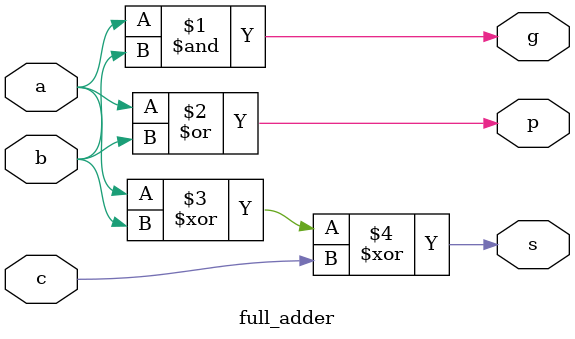
<source format=v>
`timescale 1ns / 1ps


module full_adder(a,b,c,s,p,g);
    input a,b,c;
    output s,p,g;
    assign g=a&b;
    assign p=a|b;
    assign s=(a^b)^c;
endmodule

</source>
